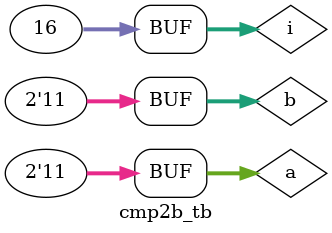
<source format=v>
module cmp2b(
  input [1:0] a, b,
  output eq, it, gt
);

assign it = (~(a[1]) & b[1]) | (~(a[1]) & ~(a[0]) & b[0]) | (~(a[0]) & b[1] & b[0]);
assign eq = (~(a[1]) & ~(a[0]) & ~(b[1]) & ~(b[0])) | (~(a[1]) & a[0] & ~(b[1]) & b[0]) | (a[1] & a[0] & b[1] & b[0]) | (a[1] & ~(a[0]) & b[1] & ~(b[0]));
assign gt = (a[0] & ~(b[1]) & ~(b[0])) | (a[1] & a[0] & ~(b[0])) | (a[1] & ~(b[1]));

endmodule

module cmp2b_tb;
  reg [1:0] a, b;
  wire eq, it, gt;
  
  cmp2b cmp2b_i(
  .a(a),
  .b(b),
  .eq(eq),
  .it(it),
  .gt(gt)
  );
  
  integer i;
  
  initial begin
    {a, b} = 0;
    
    $display("Time\ta\tb\tit\teq\tgt\t");
    $monitor("%0t\t%b\t%b\t%b\t%b\t%b\t", $time, a, b, it, eq, gt);
    
    for(i=0; i<16; i=i+1) begin
      {a, b} = i;
      #10;
    end
  end
endmodule
</source>
